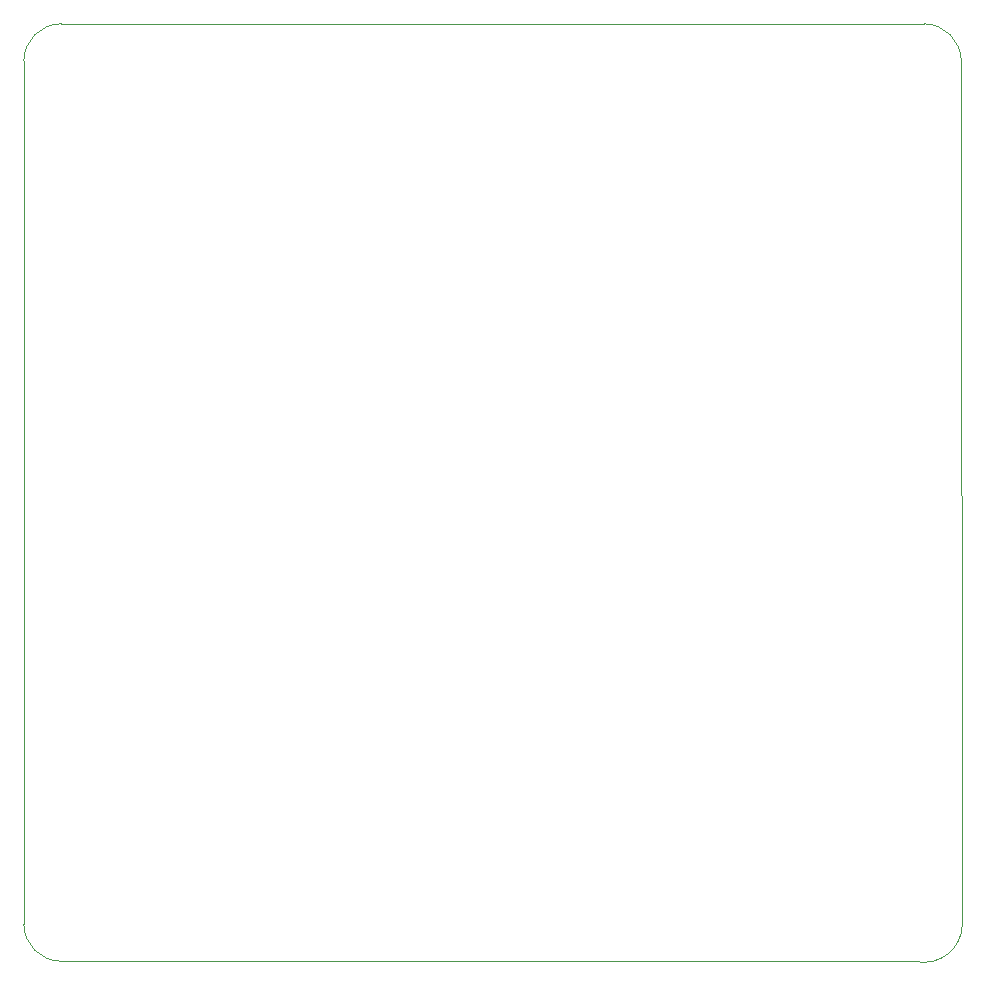
<source format=gm1>
%TF.GenerationSoftware,KiCad,Pcbnew,(5.1.6)-1*%
%TF.CreationDate,2020-05-27T10:41:01-05:00*%
%TF.ProjectId,cerkit16,6365726b-6974-4313-962e-6b696361645f,rev?*%
%TF.SameCoordinates,Original*%
%TF.FileFunction,Profile,NP*%
%FSLAX46Y46*%
G04 Gerber Fmt 4.6, Leading zero omitted, Abs format (unit mm)*
G04 Created by KiCad (PCBNEW (5.1.6)-1) date 2020-05-27 10:41:01*
%MOMM*%
%LPD*%
G01*
G04 APERTURE LIST*
%TA.AperFunction,Profile*%
%ADD10C,0.050000*%
%TD*%
G04 APERTURE END LIST*
D10*
X38100000Y-33337500D02*
X38100000Y-106362500D01*
X114300000Y-30162500D02*
X41275000Y-30162500D01*
X117475000Y-33337500D02*
X117572714Y-106362499D01*
X41275000Y-109537500D02*
X113506251Y-109537499D01*
X41275000Y-109537500D02*
G75*
G02*
X38100000Y-106362500I0J3175000D01*
G01*
X38100000Y-33337500D02*
G75*
G02*
X41275000Y-30162500I3175000J0D01*
G01*
X114300000Y-30162500D02*
G75*
G02*
X117475000Y-33337500I0J-3175000D01*
G01*
X117572714Y-106362499D02*
G75*
G02*
X113506251Y-109537499I-3272714J-1D01*
G01*
M02*

</source>
